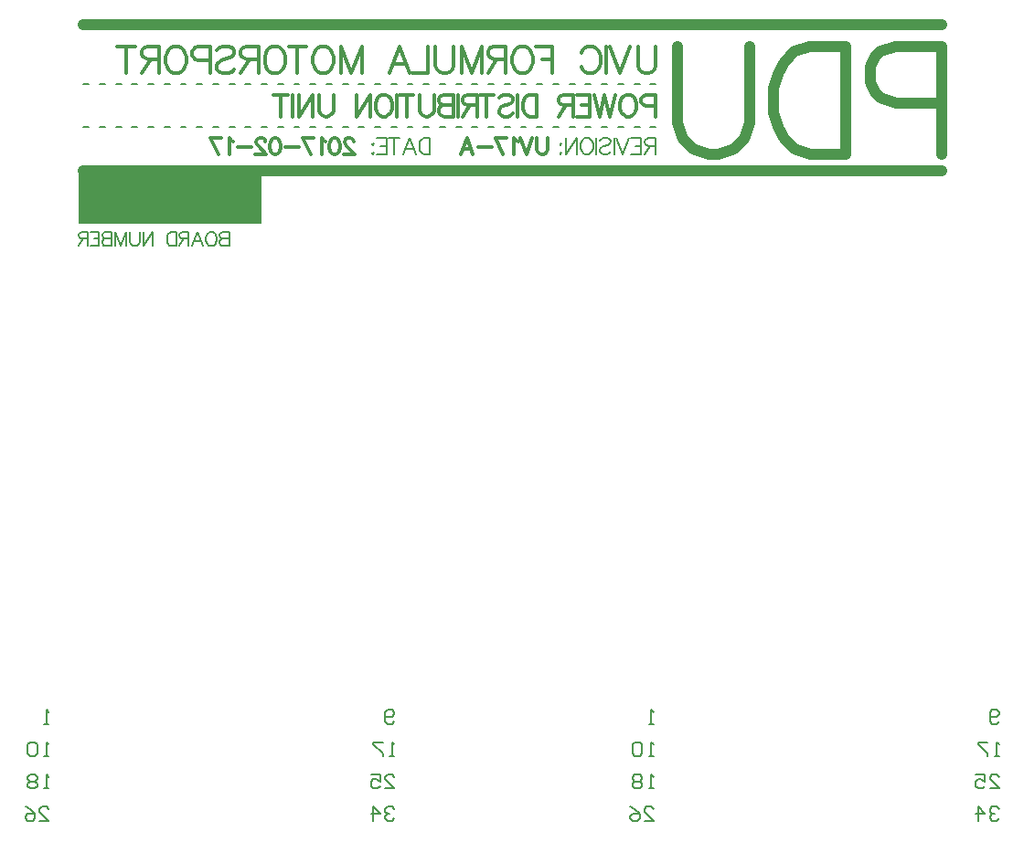
<source format=gbo>
G04 Layer_Color=32896*
%FSLAX25Y25*%
%MOIN*%
G70*
G01*
G75*
%ADD45C,0.00787*%
%ADD49C,0.03937*%
%ADD50C,0.01181*%
%ADD128R,0.66929X0.19685*%
D45*
X305906Y312205D02*
X307874D01*
X300000D02*
X301969D01*
X288189D02*
X290158D01*
X294094D02*
X296063D01*
X300000D02*
X301969D01*
X294094D02*
X296063D01*
X305906D02*
X307874D01*
X276378D02*
X278346D01*
X270472D02*
X272441D01*
X282283D02*
X284252D01*
X258661D02*
X260630D01*
X252756D02*
X254724D01*
X264567D02*
X266535D01*
X211417D02*
X213386D01*
X199606D02*
X201575D01*
X205512D02*
X207480D01*
X229134D02*
X231102D01*
X217323D02*
X219291D01*
X223228D02*
X225197D01*
X240945D02*
X242913D01*
X235039D02*
X237008D01*
X246850D02*
X248819D01*
X158268D02*
X160236D01*
X146457D02*
X148425D01*
X152362D02*
X154331D01*
X175984D02*
X177953D01*
X164173D02*
X166142D01*
X170079D02*
X172047D01*
X187795D02*
X189764D01*
X181890D02*
X183858D01*
X193701D02*
X195669D01*
X105118D02*
X107087D01*
X99213D02*
X101181D01*
X122835D02*
X124803D01*
X111024D02*
X112992D01*
X116929D02*
X118898D01*
X134646D02*
X136614D01*
X128740D02*
X130709D01*
X140551D02*
X142520D01*
X140551Y296457D02*
X142520D01*
X128740D02*
X130709D01*
X134646D02*
X136614D01*
X116929D02*
X118898D01*
X111024D02*
X112992D01*
X122835D02*
X124803D01*
X99213D02*
X101181D01*
X105118D02*
X107087D01*
X193701D02*
X195669D01*
X181890D02*
X183858D01*
X187795D02*
X189764D01*
X170079D02*
X172047D01*
X164173D02*
X166142D01*
X175984D02*
X177953D01*
X152362D02*
X154331D01*
X146457D02*
X148425D01*
X158268D02*
X160236D01*
X246850D02*
X248819D01*
X235039D02*
X237008D01*
X240945D02*
X242913D01*
X223228D02*
X225197D01*
X217323D02*
X219291D01*
X229134D02*
X231102D01*
X205512D02*
X207480D01*
X199606D02*
X201575D01*
X211417D02*
X213386D01*
X264567D02*
X266535D01*
X252756D02*
X254724D01*
X258661D02*
X260630D01*
X282283D02*
X284252D01*
X270472D02*
X272441D01*
X276378D02*
X278346D01*
X305906D02*
X307874D01*
X294094D02*
X296063D01*
X300000D02*
X301969D01*
X294094D02*
X296063D01*
X288189D02*
X290158D01*
X300000D02*
X301969D01*
X305906D02*
X307874D01*
Y292518D02*
Y286614D01*
Y292518D02*
X305344D01*
X304500Y292237D01*
X304219Y291956D01*
X303938Y291394D01*
Y290831D01*
X304219Y290269D01*
X304500Y289988D01*
X305344Y289707D01*
X307874D01*
X305906D02*
X303938Y286614D01*
X298961Y292518D02*
X302616D01*
Y286614D01*
X298961D01*
X302616Y289707D02*
X300367D01*
X297977Y292518D02*
X295728Y286614D01*
X293479Y292518D02*
X295728Y286614D01*
X292720Y292518D02*
Y286614D01*
X287546Y291675D02*
X288109Y292237D01*
X288952Y292518D01*
X290077D01*
X290920Y292237D01*
X291483Y291675D01*
Y291113D01*
X291202Y290550D01*
X290920Y290269D01*
X290358Y289988D01*
X288671Y289426D01*
X288109Y289145D01*
X287828Y288863D01*
X287546Y288301D01*
Y287458D01*
X288109Y286895D01*
X288952Y286614D01*
X290077D01*
X290920Y286895D01*
X291483Y287458D01*
X286225Y292518D02*
Y286614D01*
X283301Y292518D02*
X283863Y292237D01*
X284426Y291675D01*
X284707Y291113D01*
X284988Y290269D01*
Y288863D01*
X284707Y288020D01*
X284426Y287458D01*
X283863Y286895D01*
X283301Y286614D01*
X282176D01*
X281614Y286895D01*
X281052Y287458D01*
X280771Y288020D01*
X280490Y288863D01*
Y290269D01*
X280771Y291113D01*
X281052Y291675D01*
X281614Y292237D01*
X282176Y292518D01*
X283301D01*
X279112D02*
Y286614D01*
Y292518D02*
X275176Y286614D01*
Y292518D02*
Y286614D01*
X273264Y290550D02*
X273545Y290269D01*
X273264Y289988D01*
X272983Y290269D01*
X273264Y290550D01*
Y287176D02*
X273545Y286895D01*
X273264Y286614D01*
X272983Y286895D01*
X273264Y287176D01*
X225590Y292518D02*
Y286614D01*
Y292518D02*
X223622D01*
X222779Y292237D01*
X222217Y291675D01*
X221936Y291113D01*
X221654Y290269D01*
Y288863D01*
X221936Y288020D01*
X222217Y287458D01*
X222779Y286895D01*
X223622Y286614D01*
X225590D01*
X215834D02*
X218084Y292518D01*
X220333Y286614D01*
X219490Y288582D02*
X216678D01*
X212489Y292518D02*
Y286614D01*
X214457Y292518D02*
X210521D01*
X206163D02*
X209818D01*
Y286614D01*
X206163D01*
X209818Y289707D02*
X207569D01*
X204898Y290550D02*
X205179Y290269D01*
X204898Y289988D01*
X204616Y290269D01*
X204898Y290550D01*
Y287176D02*
X205179Y286895D01*
X204898Y286614D01*
X204616Y286895D01*
X204898Y287176D01*
X152362Y258267D02*
Y253150D01*
Y258267D02*
X150169D01*
X149438Y258023D01*
X149195Y257779D01*
X148951Y257292D01*
Y256805D01*
X149195Y256317D01*
X149438Y256074D01*
X150169Y255830D01*
X152362D02*
X150169D01*
X149438Y255586D01*
X149195Y255343D01*
X148951Y254855D01*
Y254124D01*
X149195Y253637D01*
X149438Y253393D01*
X150169Y253150D01*
X152362D01*
X146344Y258267D02*
X146831Y258023D01*
X147318Y257536D01*
X147562Y257048D01*
X147806Y256317D01*
Y255099D01*
X147562Y254368D01*
X147318Y253881D01*
X146831Y253393D01*
X146344Y253150D01*
X145369D01*
X144882Y253393D01*
X144394Y253881D01*
X144151Y254368D01*
X143907Y255099D01*
Y256317D01*
X144151Y257048D01*
X144394Y257536D01*
X144882Y258023D01*
X145369Y258267D01*
X146344D01*
X138814Y253150D02*
X140764Y258267D01*
X142713Y253150D01*
X141982Y254855D02*
X139545D01*
X137620Y258267D02*
Y253150D01*
Y258267D02*
X135427D01*
X134696Y258023D01*
X134453Y257779D01*
X134209Y257292D01*
Y256805D01*
X134453Y256317D01*
X134696Y256074D01*
X135427Y255830D01*
X137620D01*
X135915D02*
X134209Y253150D01*
X133064Y258267D02*
Y253150D01*
Y258267D02*
X131358D01*
X130627Y258023D01*
X130140Y257536D01*
X129896Y257048D01*
X129652Y256317D01*
Y255099D01*
X129896Y254368D01*
X130140Y253881D01*
X130627Y253393D01*
X131358Y253150D01*
X133064D01*
X124487Y258267D02*
Y253150D01*
Y258267D02*
X121075Y253150D01*
Y258267D02*
Y253150D01*
X119662Y258267D02*
Y254612D01*
X119418Y253881D01*
X118931Y253393D01*
X118200Y253150D01*
X117713D01*
X116982Y253393D01*
X116494Y253881D01*
X116251Y254612D01*
Y258267D01*
X114837D02*
Y253150D01*
Y258267D02*
X112888Y253150D01*
X110939Y258267D02*
X112888Y253150D01*
X110939Y258267D02*
Y253150D01*
X109477Y258267D02*
Y253150D01*
Y258267D02*
X107284D01*
X106553Y258023D01*
X106309Y257779D01*
X106065Y257292D01*
Y256805D01*
X106309Y256317D01*
X106553Y256074D01*
X107284Y255830D01*
X109477D02*
X107284D01*
X106553Y255586D01*
X106309Y255343D01*
X106065Y254855D01*
Y254124D01*
X106309Y253637D01*
X106553Y253393D01*
X107284Y253150D01*
X109477D01*
X101752Y258267D02*
X104920D01*
Y253150D01*
X101752D01*
X104920Y255830D02*
X102971D01*
X100900Y258267D02*
Y253150D01*
Y258267D02*
X98707D01*
X97976Y258023D01*
X97732Y257779D01*
X97488Y257292D01*
Y256805D01*
X97732Y256317D01*
X97976Y256074D01*
X98707Y255830D01*
X100900D01*
X99194D02*
X97488Y253150D01*
X212598Y79593D02*
X211746Y78740D01*
X210040D01*
X209188Y79593D01*
Y83004D01*
X210040Y83857D01*
X211746D01*
X212598Y83004D01*
Y82151D01*
X211746Y81298D01*
X209188D01*
X212598Y66929D02*
X210893D01*
X211746D01*
Y72046D01*
X212598Y71193D01*
X208335Y72046D02*
X204924D01*
Y71193D01*
X208335Y67782D01*
Y66929D01*
X209188Y55118D02*
X212598D01*
X209188Y58529D01*
Y59382D01*
X210040Y60235D01*
X211746D01*
X212598Y59382D01*
X204071Y60235D02*
X207482D01*
Y57676D01*
X205777Y58529D01*
X204924D01*
X204071Y57676D01*
Y55971D01*
X204924Y55118D01*
X206629D01*
X207482Y55971D01*
X212598Y47571D02*
X211746Y48424D01*
X210040D01*
X209188Y47571D01*
Y46718D01*
X210040Y45865D01*
X210893D01*
X210040D01*
X209188Y45013D01*
Y44160D01*
X210040Y43307D01*
X211746D01*
X212598Y44160D01*
X204924Y43307D02*
Y48424D01*
X207482Y45865D01*
X204071D01*
X83203Y43307D02*
X86614D01*
X83203Y46718D01*
Y47571D01*
X84056Y48424D01*
X85761D01*
X86614Y47571D01*
X78087Y48424D02*
X79792Y47571D01*
X81498Y45865D01*
Y44160D01*
X80645Y43307D01*
X78939D01*
X78087Y44160D01*
Y45013D01*
X78939Y45865D01*
X81498D01*
X86614Y55118D02*
X84909D01*
X85761D01*
Y60235D01*
X86614Y59382D01*
X82350D02*
X81498Y60235D01*
X79792D01*
X78940Y59382D01*
Y58529D01*
X79792Y57676D01*
X78940Y56824D01*
Y55971D01*
X79792Y55118D01*
X81498D01*
X82350Y55971D01*
Y56824D01*
X81498Y57676D01*
X82350Y58529D01*
Y59382D01*
X81498Y57676D02*
X79792D01*
X86614Y66929D02*
X84909D01*
X85761D01*
Y72046D01*
X86614Y71193D01*
X82350D02*
X81498Y72046D01*
X79792D01*
X78940Y71193D01*
Y67782D01*
X79792Y66929D01*
X81498D01*
X82350Y67782D01*
Y71193D01*
X86614Y78740D02*
X84909D01*
X85761D01*
Y83857D01*
X86614Y83004D01*
X307087Y78740D02*
X305381D01*
X306234D01*
Y83857D01*
X307087Y83004D01*
Y66929D02*
X305381D01*
X306234D01*
Y72046D01*
X307087Y71193D01*
X302823D02*
X301970Y72046D01*
X300265D01*
X299412Y71193D01*
Y67782D01*
X300265Y66929D01*
X301970D01*
X302823Y67782D01*
Y71193D01*
X307087Y55118D02*
X305381D01*
X306234D01*
Y60235D01*
X307087Y59382D01*
X302823D02*
X301970Y60235D01*
X300265D01*
X299412Y59382D01*
Y58529D01*
X300265Y57676D01*
X299412Y56824D01*
Y55971D01*
X300265Y55118D01*
X301970D01*
X302823Y55971D01*
Y56824D01*
X301970Y57676D01*
X302823Y58529D01*
Y59382D01*
X301970Y57676D02*
X300265D01*
X303676Y43307D02*
X307087D01*
X303676Y46718D01*
Y47571D01*
X304528Y48424D01*
X306234D01*
X307087Y47571D01*
X298559Y48424D02*
X300265Y47571D01*
X301970Y45865D01*
Y44160D01*
X301117Y43307D01*
X299412D01*
X298559Y44160D01*
Y45013D01*
X299412Y45865D01*
X301970D01*
X433071Y47571D02*
X432218Y48424D01*
X430513D01*
X429660Y47571D01*
Y46718D01*
X430513Y45865D01*
X431365D01*
X430513D01*
X429660Y45013D01*
Y44160D01*
X430513Y43307D01*
X432218D01*
X433071Y44160D01*
X425396Y43307D02*
Y48424D01*
X427954Y45865D01*
X424543D01*
X429660Y55118D02*
X433071D01*
X429660Y58529D01*
Y59382D01*
X430513Y60235D01*
X432218D01*
X433071Y59382D01*
X424543Y60235D02*
X427954D01*
Y57676D01*
X426249Y58529D01*
X425396D01*
X424543Y57676D01*
Y55971D01*
X425396Y55118D01*
X427102D01*
X427954Y55971D01*
X433071Y66929D02*
X431365D01*
X432218D01*
Y72046D01*
X433071Y71193D01*
X428807Y72046D02*
X425396D01*
Y71193D01*
X428807Y67782D01*
Y66929D01*
X433071Y79593D02*
X432218Y78740D01*
X430513D01*
X429660Y79593D01*
Y83004D01*
X430513Y83857D01*
X432218D01*
X433071Y83004D01*
Y82151D01*
X432218Y81298D01*
X429660D01*
D49*
X99213Y333858D02*
X412205D01*
X99213Y280709D02*
X412205D01*
Y305358D02*
X395335D01*
X389712Y307232D01*
X387838Y309107D01*
X385964Y312855D01*
Y318478D01*
X387838Y322227D01*
X389712Y324101D01*
X395335Y325976D01*
X412205D01*
Y286614D01*
X377154Y325976D02*
Y286614D01*
Y325976D02*
X364034D01*
X358411Y324101D01*
X354662Y320353D01*
X352787Y316604D01*
X350913Y310981D01*
Y301609D01*
X352787Y295986D01*
X354662Y292237D01*
X358411Y288489D01*
X364034Y286614D01*
X377154D01*
X342104Y325976D02*
Y297860D01*
X340229Y292237D01*
X336480Y288489D01*
X330857Y286614D01*
X327109D01*
X321485Y288489D01*
X317737Y292237D01*
X315862Y297860D01*
Y325976D01*
D50*
X307874Y325982D02*
Y318953D01*
X307405Y317547D01*
X306468Y316610D01*
X305063Y316142D01*
X304125D01*
X302719Y316610D01*
X301782Y317547D01*
X301314Y318953D01*
Y325982D01*
X298596D02*
X294847Y316142D01*
X291098Y325982D02*
X294847Y316142D01*
X289833Y325982D02*
Y316142D01*
X280743Y323639D02*
X281211Y324576D01*
X282148Y325514D01*
X283086Y325982D01*
X284960D01*
X285897Y325514D01*
X286834Y324576D01*
X287303Y323639D01*
X287772Y322233D01*
Y319890D01*
X287303Y318485D01*
X286834Y317547D01*
X285897Y316610D01*
X284960Y316142D01*
X283086D01*
X282148Y316610D01*
X281211Y317547D01*
X280743Y318485D01*
X270246Y325982D02*
Y316142D01*
Y325982D02*
X264155D01*
X270246Y321296D02*
X266497D01*
X260218Y325982D02*
X261156Y325514D01*
X262093Y324576D01*
X262561Y323639D01*
X263030Y322233D01*
Y319890D01*
X262561Y318485D01*
X262093Y317547D01*
X261156Y316610D01*
X260218Y316142D01*
X258344D01*
X257407Y316610D01*
X256470Y317547D01*
X256001Y318485D01*
X255532Y319890D01*
Y322233D01*
X256001Y323639D01*
X256470Y324576D01*
X257407Y325514D01*
X258344Y325982D01*
X260218D01*
X253236D02*
Y316142D01*
Y325982D02*
X249019D01*
X247613Y325514D01*
X247145Y325045D01*
X246676Y324108D01*
Y323171D01*
X247145Y322233D01*
X247613Y321765D01*
X249019Y321296D01*
X253236D01*
X249956D02*
X246676Y316142D01*
X244474Y325982D02*
Y316142D01*
Y325982D02*
X240725Y316142D01*
X236976Y325982D02*
X240725Y316142D01*
X236976Y325982D02*
Y316142D01*
X234165Y325982D02*
Y318953D01*
X233696Y317547D01*
X232759Y316610D01*
X231353Y316142D01*
X230416D01*
X229010Y316610D01*
X228073Y317547D01*
X227604Y318953D01*
Y325982D01*
X224887D02*
Y316142D01*
X219264D01*
X210688D02*
X214437Y325982D01*
X218186Y316142D01*
X216780Y319422D02*
X212094D01*
X200660Y325982D02*
Y316142D01*
Y325982D02*
X196912Y316142D01*
X193163Y325982D02*
X196912Y316142D01*
X193163Y325982D02*
Y316142D01*
X187540Y325982D02*
X188477Y325514D01*
X189414Y324576D01*
X189883Y323639D01*
X190351Y322233D01*
Y319890D01*
X189883Y318485D01*
X189414Y317547D01*
X188477Y316610D01*
X187540Y316142D01*
X185666D01*
X184728Y316610D01*
X183791Y317547D01*
X183323Y318485D01*
X182854Y319890D01*
Y322233D01*
X183323Y323639D01*
X183791Y324576D01*
X184728Y325514D01*
X185666Y325982D01*
X187540D01*
X177278D02*
Y316142D01*
X180558Y325982D02*
X173998D01*
X170015D02*
X170952Y325514D01*
X171889Y324576D01*
X172357Y323639D01*
X172826Y322233D01*
Y319890D01*
X172357Y318485D01*
X171889Y317547D01*
X170952Y316610D01*
X170015Y316142D01*
X168140D01*
X167203Y316610D01*
X166266Y317547D01*
X165797Y318485D01*
X165329Y319890D01*
Y322233D01*
X165797Y323639D01*
X166266Y324576D01*
X167203Y325514D01*
X168140Y325982D01*
X170015D01*
X163033D02*
Y316142D01*
Y325982D02*
X158815D01*
X157410Y325514D01*
X156941Y325045D01*
X156472Y324108D01*
Y323171D01*
X156941Y322233D01*
X157410Y321765D01*
X158815Y321296D01*
X163033D01*
X159752D02*
X156472Y316142D01*
X147710Y324576D02*
X148647Y325514D01*
X150053Y325982D01*
X151927D01*
X153333Y325514D01*
X154270Y324576D01*
Y323639D01*
X153801Y322702D01*
X153333Y322233D01*
X152396Y321765D01*
X149584Y320828D01*
X148647Y320359D01*
X148178Y319890D01*
X147710Y318953D01*
Y317547D01*
X148647Y316610D01*
X150053Y316142D01*
X151927D01*
X153333Y316610D01*
X154270Y317547D01*
X145507Y320828D02*
X141290D01*
X139884Y321296D01*
X139416Y321765D01*
X138947Y322702D01*
Y324108D01*
X139416Y325045D01*
X139884Y325514D01*
X141290Y325982D01*
X145507D01*
Y316142D01*
X133933Y325982D02*
X134870Y325514D01*
X135807Y324576D01*
X136276Y323639D01*
X136745Y322233D01*
Y319890D01*
X136276Y318485D01*
X135807Y317547D01*
X134870Y316610D01*
X133933Y316142D01*
X132059D01*
X131122Y316610D01*
X130184Y317547D01*
X129716Y318485D01*
X129247Y319890D01*
Y322233D01*
X129716Y323639D01*
X130184Y324576D01*
X131122Y325514D01*
X132059Y325982D01*
X133933D01*
X126951D02*
Y316142D01*
Y325982D02*
X122734D01*
X121328Y325514D01*
X120859Y325045D01*
X120391Y324108D01*
Y323171D01*
X120859Y322233D01*
X121328Y321765D01*
X122734Y321296D01*
X126951D01*
X123671D02*
X120391Y316142D01*
X114908Y325982D02*
Y316142D01*
X118188Y325982D02*
X111628D01*
X307874Y304142D02*
X304500D01*
X303376Y304517D01*
X303001Y304892D01*
X302626Y305642D01*
Y306767D01*
X303001Y307516D01*
X303376Y307891D01*
X304500Y308266D01*
X307874D01*
Y300394D01*
X298615Y308266D02*
X299364Y307891D01*
X300114Y307141D01*
X300489Y306392D01*
X300864Y305267D01*
Y303393D01*
X300489Y302268D01*
X300114Y301518D01*
X299364Y300769D01*
X298615Y300394D01*
X297115D01*
X296365Y300769D01*
X295616Y301518D01*
X295241Y302268D01*
X294866Y303393D01*
Y305267D01*
X295241Y306392D01*
X295616Y307141D01*
X296365Y307891D01*
X297115Y308266D01*
X298615D01*
X293029D02*
X291155Y300394D01*
X289280Y308266D02*
X291155Y300394D01*
X289280Y308266D02*
X287406Y300394D01*
X285532Y308266D02*
X287406Y300394D01*
X279084Y308266D02*
X283957D01*
Y300394D01*
X279084D01*
X283957Y304517D02*
X280958D01*
X277772Y308266D02*
Y300394D01*
Y308266D02*
X274398D01*
X273273Y307891D01*
X272898Y307516D01*
X272523Y306767D01*
Y306017D01*
X272898Y305267D01*
X273273Y304892D01*
X274398Y304517D01*
X277772D01*
X275148D02*
X272523Y300394D01*
X264576Y308266D02*
Y300394D01*
Y308266D02*
X261952D01*
X260827Y307891D01*
X260078Y307141D01*
X259703Y306392D01*
X259328Y305267D01*
Y303393D01*
X259703Y302268D01*
X260078Y301518D01*
X260827Y300769D01*
X261952Y300394D01*
X264576D01*
X257566Y308266D02*
Y300394D01*
X250668Y307141D02*
X251418Y307891D01*
X252543Y308266D01*
X254042D01*
X255167Y307891D01*
X255917Y307141D01*
Y306392D01*
X255542Y305642D01*
X255167Y305267D01*
X254417Y304892D01*
X252168Y304142D01*
X251418Y303768D01*
X251043Y303393D01*
X250668Y302643D01*
Y301518D01*
X251418Y300769D01*
X252543Y300394D01*
X254042D01*
X255167Y300769D01*
X255917Y301518D01*
X246282Y308266D02*
Y300394D01*
X248906Y308266D02*
X243658D01*
X242721D02*
Y300394D01*
Y308266D02*
X239347D01*
X238223Y307891D01*
X237848Y307516D01*
X237473Y306767D01*
Y306017D01*
X237848Y305267D01*
X238223Y304892D01*
X239347Y304517D01*
X242721D01*
X240097D02*
X237473Y300394D01*
X235711Y308266D02*
Y300394D01*
X234062Y308266D02*
Y300394D01*
Y308266D02*
X230688D01*
X229563Y307891D01*
X229188Y307516D01*
X228813Y306767D01*
Y306017D01*
X229188Y305267D01*
X229563Y304892D01*
X230688Y304517D01*
X234062D02*
X230688D01*
X229563Y304142D01*
X229188Y303768D01*
X228813Y303018D01*
Y301893D01*
X229188Y301144D01*
X229563Y300769D01*
X230688Y300394D01*
X234062D01*
X227051Y308266D02*
Y302643D01*
X226677Y301518D01*
X225927Y300769D01*
X224802Y300394D01*
X224052D01*
X222928Y300769D01*
X222178Y301518D01*
X221803Y302643D01*
Y308266D01*
X217005D02*
Y300394D01*
X219629Y308266D02*
X214381D01*
X213443D02*
Y300394D01*
X209545Y308266D02*
X210295Y307891D01*
X211044Y307141D01*
X211419Y306392D01*
X211794Y305267D01*
Y303393D01*
X211419Y302268D01*
X211044Y301518D01*
X210295Y300769D01*
X209545Y300394D01*
X208045D01*
X207296Y300769D01*
X206546Y301518D01*
X206171Y302268D01*
X205796Y303393D01*
Y305267D01*
X206171Y306392D01*
X206546Y307141D01*
X207296Y307891D01*
X208045Y308266D01*
X209545D01*
X203959D02*
Y300394D01*
Y308266D02*
X198711Y300394D01*
Y308266D02*
Y300394D01*
X190351Y308266D02*
Y302643D01*
X189976Y301518D01*
X189227Y300769D01*
X188102Y300394D01*
X187352D01*
X186228Y300769D01*
X185478Y301518D01*
X185103Y302643D01*
Y308266D01*
X182929D02*
Y300394D01*
Y308266D02*
X177681Y300394D01*
Y308266D02*
Y300394D01*
X175506Y308266D02*
Y300394D01*
X171233Y308266D02*
Y300394D01*
X173857Y308266D02*
X168609D01*
X268504Y292518D02*
Y288301D01*
X268223Y287458D01*
X267660Y286895D01*
X266817Y286614D01*
X266255D01*
X265411Y286895D01*
X264849Y287458D01*
X264568Y288301D01*
Y292518D01*
X262937D02*
X260688Y286614D01*
X258439Y292518D02*
X260688Y286614D01*
X257680Y291394D02*
X257117Y291675D01*
X256274Y292518D01*
Y286614D01*
X249413Y292518D02*
X252225Y286614D01*
X253350Y292518D02*
X249413D01*
X248092Y289145D02*
X243031D01*
X236790Y286614D02*
X239039Y292518D01*
X241288Y286614D01*
X240445Y288582D02*
X237633D01*
X197750Y291113D02*
Y291394D01*
X197469Y291956D01*
X197188Y292237D01*
X196626Y292518D01*
X195501D01*
X194939Y292237D01*
X194658Y291956D01*
X194377Y291394D01*
Y290831D01*
X194658Y290269D01*
X195220Y289426D01*
X198031Y286614D01*
X194095D01*
X191087Y292518D02*
X191930Y292237D01*
X192493Y291394D01*
X192774Y289988D01*
Y289145D01*
X192493Y287739D01*
X191930Y286895D01*
X191087Y286614D01*
X190525D01*
X189681Y286895D01*
X189119Y287739D01*
X188838Y289145D01*
Y289988D01*
X189119Y291394D01*
X189681Y292237D01*
X190525Y292518D01*
X191087D01*
X187516Y291394D02*
X186954Y291675D01*
X186110Y292518D01*
Y286614D01*
X179250Y292518D02*
X182062Y286614D01*
X183186Y292518D02*
X179250D01*
X177929Y289145D02*
X172868D01*
X169438Y292518D02*
X170282Y292237D01*
X170844Y291394D01*
X171125Y289988D01*
Y289145D01*
X170844Y287739D01*
X170282Y286895D01*
X169438Y286614D01*
X168876D01*
X168032Y286895D01*
X167470Y287739D01*
X167189Y289145D01*
Y289988D01*
X167470Y291394D01*
X168032Y292237D01*
X168876Y292518D01*
X169438D01*
X165586Y291113D02*
Y291394D01*
X165305Y291956D01*
X165024Y292237D01*
X164462Y292518D01*
X163337D01*
X162775Y292237D01*
X162494Y291956D01*
X162212Y291394D01*
Y290831D01*
X162494Y290269D01*
X163056Y289426D01*
X165867Y286614D01*
X161931D01*
X160610Y289145D02*
X155549D01*
X153806Y291394D02*
X153244Y291675D01*
X152400Y292518D01*
Y286614D01*
X145540Y292518D02*
X148352Y286614D01*
X149476Y292518D02*
X145540D01*
D128*
X130709Y270866D02*
D03*
M02*

</source>
